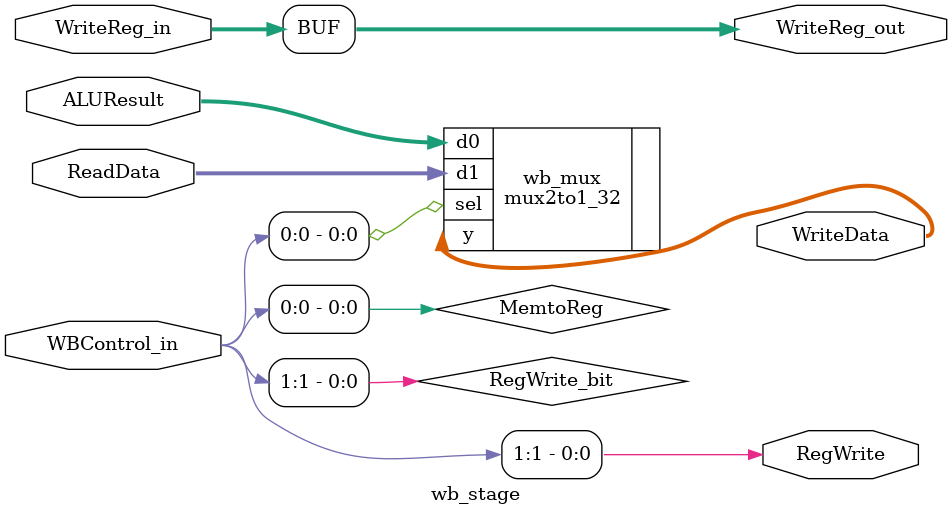
<source format=v>
`timescale 1ns / 1ps


module wb_stage(
    input  wire [31:0] ReadData,       // load data from memory
    input  wire [31:0] ALUResult,      // ALU output
    input  wire [4:0]  WriteReg_in,    // destination register #
    input  wire [1:0]  WBControl_in,   // {RegWrite, MemtoReg}

    output wire [31:0] WriteData,      // final data written to register file
    output wire [4:0]  WriteReg_out,   // forwarded write register
    output wire        RegWrite        // write enable for register file
);

    // Extract control bits
    wire RegWrite_bit = WBControl_in[1];
    wire MemtoReg     = WBControl_in[0];

    assign RegWrite    = RegWrite_bit;
    assign WriteReg_out = WriteReg_in;

    // mux selects:
    //   MemtoReg = 0 → ALUResult 
    //   MemtoReg = 1 → ReadData  
    mux2to1_32 wb_mux (
        .d0(ALUResult),
        .d1(ReadData),
        .sel(MemtoReg),
        .y(WriteData)
    );

endmodule

</source>
